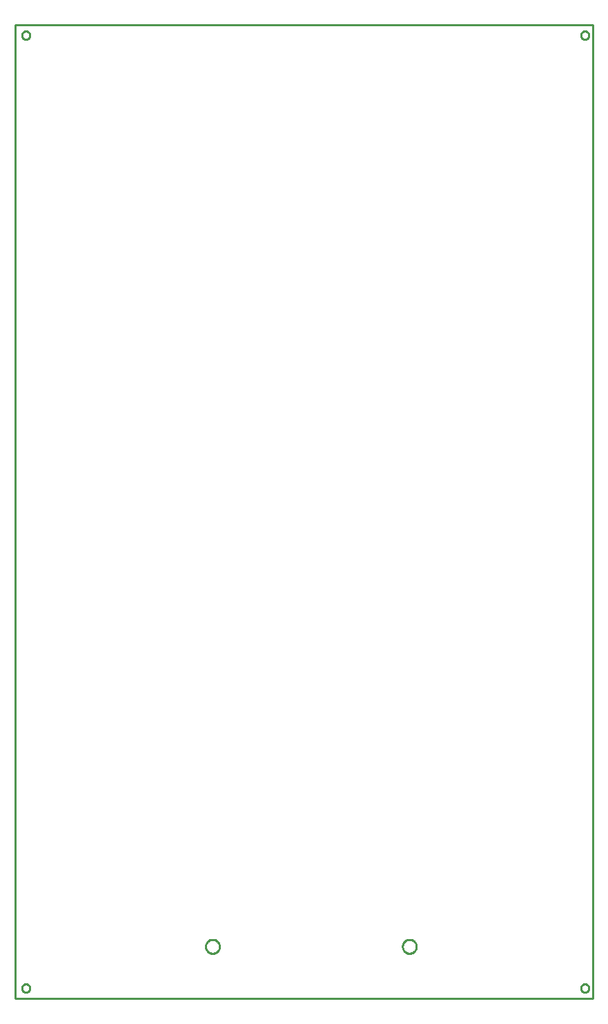
<source format=gbr>
G04 EAGLE Gerber RS-274X export*
G75*
%MOMM*%
%FSLAX34Y34*%
%LPD*%
%IN*%
%IPPOS*%
%AMOC8*
5,1,8,0,0,1.08239X$1,22.5*%
G01*
%ADD10C,0.254000*%


D10*
X0Y0D02*
X707900Y0D01*
X707900Y1193700D01*
X0Y1193700D01*
X0Y0D01*
X17700Y12419D02*
X17637Y11861D01*
X17512Y11314D01*
X17327Y10784D01*
X17083Y10278D01*
X16784Y9802D01*
X16434Y9363D01*
X16037Y8966D01*
X15598Y8616D01*
X15122Y8317D01*
X14616Y8073D01*
X14086Y7888D01*
X13539Y7763D01*
X12981Y7700D01*
X12419Y7700D01*
X11861Y7763D01*
X11314Y7888D01*
X10784Y8073D01*
X10278Y8317D01*
X9802Y8616D01*
X9363Y8966D01*
X8966Y9363D01*
X8616Y9802D01*
X8317Y10278D01*
X8073Y10784D01*
X7888Y11314D01*
X7763Y11861D01*
X7700Y12419D01*
X7700Y12981D01*
X7763Y13539D01*
X7888Y14086D01*
X8073Y14616D01*
X8317Y15122D01*
X8616Y15598D01*
X8966Y16037D01*
X9363Y16434D01*
X9802Y16784D01*
X10278Y17083D01*
X10784Y17327D01*
X11314Y17512D01*
X11861Y17637D01*
X12419Y17700D01*
X12981Y17700D01*
X13539Y17637D01*
X14086Y17512D01*
X14616Y17327D01*
X15122Y17083D01*
X15598Y16784D01*
X16037Y16434D01*
X16434Y16037D01*
X16784Y15598D01*
X17083Y15122D01*
X17327Y14616D01*
X17512Y14086D01*
X17637Y13539D01*
X17700Y12981D01*
X17700Y12419D01*
X703500Y12419D02*
X703437Y11861D01*
X703312Y11314D01*
X703127Y10784D01*
X702883Y10278D01*
X702584Y9802D01*
X702234Y9363D01*
X701837Y8966D01*
X701398Y8616D01*
X700922Y8317D01*
X700416Y8073D01*
X699886Y7888D01*
X699339Y7763D01*
X698781Y7700D01*
X698219Y7700D01*
X697661Y7763D01*
X697114Y7888D01*
X696584Y8073D01*
X696078Y8317D01*
X695602Y8616D01*
X695163Y8966D01*
X694766Y9363D01*
X694416Y9802D01*
X694117Y10278D01*
X693873Y10784D01*
X693688Y11314D01*
X693563Y11861D01*
X693500Y12419D01*
X693500Y12981D01*
X693563Y13539D01*
X693688Y14086D01*
X693873Y14616D01*
X694117Y15122D01*
X694416Y15598D01*
X694766Y16037D01*
X695163Y16434D01*
X695602Y16784D01*
X696078Y17083D01*
X696584Y17327D01*
X697114Y17512D01*
X697661Y17637D01*
X698219Y17700D01*
X698781Y17700D01*
X699339Y17637D01*
X699886Y17512D01*
X700416Y17327D01*
X700922Y17083D01*
X701398Y16784D01*
X701837Y16434D01*
X702234Y16037D01*
X702584Y15598D01*
X702883Y15122D01*
X703127Y14616D01*
X703312Y14086D01*
X703437Y13539D01*
X703500Y12981D01*
X703500Y12419D01*
X17700Y1180819D02*
X17637Y1180261D01*
X17512Y1179714D01*
X17327Y1179184D01*
X17083Y1178678D01*
X16784Y1178202D01*
X16434Y1177763D01*
X16037Y1177366D01*
X15598Y1177016D01*
X15122Y1176717D01*
X14616Y1176473D01*
X14086Y1176288D01*
X13539Y1176163D01*
X12981Y1176100D01*
X12419Y1176100D01*
X11861Y1176163D01*
X11314Y1176288D01*
X10784Y1176473D01*
X10278Y1176717D01*
X9802Y1177016D01*
X9363Y1177366D01*
X8966Y1177763D01*
X8616Y1178202D01*
X8317Y1178678D01*
X8073Y1179184D01*
X7888Y1179714D01*
X7763Y1180261D01*
X7700Y1180819D01*
X7700Y1181381D01*
X7763Y1181939D01*
X7888Y1182486D01*
X8073Y1183016D01*
X8317Y1183522D01*
X8616Y1183998D01*
X8966Y1184437D01*
X9363Y1184834D01*
X9802Y1185184D01*
X10278Y1185483D01*
X10784Y1185727D01*
X11314Y1185912D01*
X11861Y1186037D01*
X12419Y1186100D01*
X12981Y1186100D01*
X13539Y1186037D01*
X14086Y1185912D01*
X14616Y1185727D01*
X15122Y1185483D01*
X15598Y1185184D01*
X16037Y1184834D01*
X16434Y1184437D01*
X16784Y1183998D01*
X17083Y1183522D01*
X17327Y1183016D01*
X17512Y1182486D01*
X17637Y1181939D01*
X17700Y1181381D01*
X17700Y1180819D01*
X703500Y1180819D02*
X703437Y1180261D01*
X703312Y1179714D01*
X703127Y1179184D01*
X702883Y1178678D01*
X702584Y1178202D01*
X702234Y1177763D01*
X701837Y1177366D01*
X701398Y1177016D01*
X700922Y1176717D01*
X700416Y1176473D01*
X699886Y1176288D01*
X699339Y1176163D01*
X698781Y1176100D01*
X698219Y1176100D01*
X697661Y1176163D01*
X697114Y1176288D01*
X696584Y1176473D01*
X696078Y1176717D01*
X695602Y1177016D01*
X695163Y1177366D01*
X694766Y1177763D01*
X694416Y1178202D01*
X694117Y1178678D01*
X693873Y1179184D01*
X693688Y1179714D01*
X693563Y1180261D01*
X693500Y1180819D01*
X693500Y1181381D01*
X693563Y1181939D01*
X693688Y1182486D01*
X693873Y1183016D01*
X694117Y1183522D01*
X694416Y1183998D01*
X694766Y1184437D01*
X695163Y1184834D01*
X695602Y1185184D01*
X696078Y1185483D01*
X696584Y1185727D01*
X697114Y1185912D01*
X697661Y1186037D01*
X698219Y1186100D01*
X698781Y1186100D01*
X699339Y1186037D01*
X699886Y1185912D01*
X700416Y1185727D01*
X700922Y1185483D01*
X701398Y1185184D01*
X701837Y1184834D01*
X702234Y1184437D01*
X702584Y1183998D01*
X702883Y1183522D01*
X703127Y1183016D01*
X703312Y1182486D01*
X703437Y1181939D01*
X703500Y1181381D01*
X703500Y1180819D01*
X482929Y55330D02*
X482189Y55395D01*
X481459Y55524D01*
X480742Y55716D01*
X480044Y55970D01*
X479371Y56283D01*
X478729Y56654D01*
X478121Y57080D01*
X477552Y57557D01*
X477027Y58082D01*
X476550Y58651D01*
X476124Y59259D01*
X475753Y59901D01*
X475440Y60574D01*
X475186Y61272D01*
X474994Y61989D01*
X474865Y62719D01*
X474800Y63459D01*
X474800Y64201D01*
X474865Y64941D01*
X474994Y65672D01*
X475186Y66388D01*
X475440Y67086D01*
X475753Y67759D01*
X476124Y68401D01*
X476550Y69009D01*
X477027Y69578D01*
X477552Y70103D01*
X478121Y70580D01*
X478729Y71006D01*
X479371Y71377D01*
X480044Y71690D01*
X480742Y71944D01*
X481459Y72136D01*
X482189Y72265D01*
X482929Y72330D01*
X483671Y72330D01*
X484411Y72265D01*
X485142Y72136D01*
X485858Y71944D01*
X486556Y71690D01*
X487229Y71377D01*
X487871Y71006D01*
X488479Y70580D01*
X489048Y70103D01*
X489573Y69578D01*
X490050Y69009D01*
X490476Y68401D01*
X490847Y67759D01*
X491160Y67086D01*
X491414Y66388D01*
X491606Y65672D01*
X491735Y64941D01*
X491800Y64201D01*
X491800Y63459D01*
X491735Y62719D01*
X491606Y61989D01*
X491414Y61272D01*
X491160Y60574D01*
X490847Y59901D01*
X490476Y59259D01*
X490050Y58651D01*
X489573Y58082D01*
X489048Y57557D01*
X488479Y57080D01*
X487871Y56654D01*
X487229Y56283D01*
X486556Y55970D01*
X485858Y55716D01*
X485142Y55524D01*
X484411Y55395D01*
X483671Y55330D01*
X482929Y55330D01*
X241429Y55330D02*
X240689Y55395D01*
X239959Y55524D01*
X239242Y55716D01*
X238544Y55970D01*
X237871Y56283D01*
X237229Y56654D01*
X236621Y57080D01*
X236052Y57557D01*
X235527Y58082D01*
X235050Y58651D01*
X234624Y59259D01*
X234253Y59901D01*
X233940Y60574D01*
X233686Y61272D01*
X233494Y61989D01*
X233365Y62719D01*
X233300Y63459D01*
X233300Y64201D01*
X233365Y64941D01*
X233494Y65672D01*
X233686Y66388D01*
X233940Y67086D01*
X234253Y67759D01*
X234624Y68401D01*
X235050Y69009D01*
X235527Y69578D01*
X236052Y70103D01*
X236621Y70580D01*
X237229Y71006D01*
X237871Y71377D01*
X238544Y71690D01*
X239242Y71944D01*
X239959Y72136D01*
X240689Y72265D01*
X241429Y72330D01*
X242171Y72330D01*
X242911Y72265D01*
X243642Y72136D01*
X244358Y71944D01*
X245056Y71690D01*
X245729Y71377D01*
X246371Y71006D01*
X246979Y70580D01*
X247548Y70103D01*
X248073Y69578D01*
X248550Y69009D01*
X248976Y68401D01*
X249347Y67759D01*
X249660Y67086D01*
X249914Y66388D01*
X250106Y65672D01*
X250235Y64941D01*
X250300Y64201D01*
X250300Y63459D01*
X250235Y62719D01*
X250106Y61989D01*
X249914Y61272D01*
X249660Y60574D01*
X249347Y59901D01*
X248976Y59259D01*
X248550Y58651D01*
X248073Y58082D01*
X247548Y57557D01*
X246979Y57080D01*
X246371Y56654D01*
X245729Y56283D01*
X245056Y55970D01*
X244358Y55716D01*
X243642Y55524D01*
X242911Y55395D01*
X242171Y55330D01*
X241429Y55330D01*
M02*

</source>
